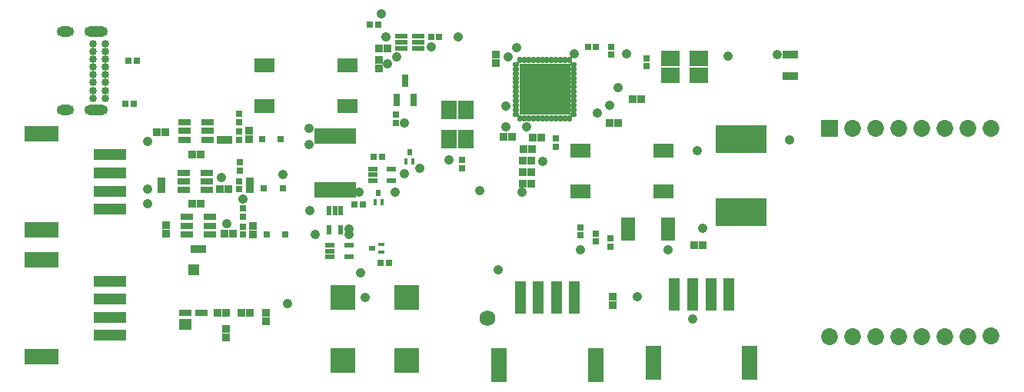
<source format=gbr>
%TF.GenerationSoftware,Altium Limited,Altium Designer,24.10.1 (45)*%
G04 Layer_Color=8388736*
%FSLAX45Y45*%
%MOMM*%
%TF.SameCoordinates,2EBBFB3B-01A8-4DF5-8D17-AA19E7DB42BB*%
%TF.FilePolarity,Negative*%
%TF.FileFunction,Soldermask,Top*%
%TF.Part,Single*%
G01*
G75*
%TA.AperFunction,SMDPad,CuDef*%
%ADD58R,2.30320X1.60320*%
%ADD59R,0.75320X0.75320*%
%ADD60R,1.20320X1.20320*%
%ADD61R,1.45320X0.70320*%
%ADD62R,1.45320X1.20320*%
%ADD63R,0.82320X0.82320*%
%ADD64R,0.82320X0.82320*%
%ADD65R,1.70320X3.80320*%
%ADD66R,1.20320X3.60320*%
%ADD67R,1.60320X0.50320*%
%ADD68R,5.70320X3.15320*%
%ADD69O,0.55320X0.70320*%
%ADD70O,0.70320X0.55320*%
%ADD71R,5.60320X5.60320*%
%ADD72R,1.40320X0.60320*%
%ADD73R,0.75320X0.75320*%
%ADD74R,0.80320X1.45320*%
%ADD75R,2.10320X1.70320*%
%ADD76R,1.70320X2.10320*%
%ADD77R,1.65320X0.95320*%
%ADD78R,2.70320X2.70320*%
%ADD79R,1.40320X0.80320*%
%ADD80R,0.80320X0.66320*%
%ADD81R,0.43000X0.65000*%
%ADD82R,0.51000X0.65000*%
%ADD83R,1.05320X0.60320*%
%ADD84R,0.65320X1.67820*%
%ADD85R,0.60320X1.05320*%
%ADD86R,0.65000X0.51000*%
%ADD87R,0.65000X0.43000*%
%ADD88R,3.80320X1.70320*%
%ADD89R,3.60320X1.20320*%
%TA.AperFunction,ComponentPad*%
%ADD90C,1.85320*%
%ADD91R,1.85320X1.85320*%
%TA.AperFunction,ViaPad*%
%ADD92C,1.72720*%
%TA.AperFunction,ComponentPad*%
%ADD93C,0.85320*%
%ADD94O,1.90320X1.10320*%
%ADD95O,2.60320X1.10320*%
%TA.AperFunction,ViaPad*%
%ADD96C,1.05320*%
%ADD97C,0.70320*%
D58*
X9755002Y5335001D02*
D03*
X8845001D02*
D03*
X9755002Y4884999D02*
D03*
X8845001D02*
D03*
X5365003Y5825002D02*
D03*
X6275004D02*
D03*
X5365003Y6275004D02*
D03*
X6275004D02*
D03*
D59*
X5130002Y4609998D02*
D03*
Y4700001D02*
D03*
X9010000Y4425000D02*
D03*
Y4334998D02*
D03*
X9169999Y4369999D02*
D03*
Y4280002D02*
D03*
X8840003Y4489999D02*
D03*
Y4400001D02*
D03*
X8570001Y5379999D02*
D03*
Y5470002D02*
D03*
X9180000Y6479997D02*
D03*
Y6390000D02*
D03*
X9570002Y6265001D02*
D03*
Y6354999D02*
D03*
X7540000Y5139998D02*
D03*
Y5230000D02*
D03*
X6812885Y5732861D02*
D03*
Y5642859D02*
D03*
X5084542Y4908499D02*
D03*
Y4998502D02*
D03*
X5090002Y5115003D02*
D03*
Y5205000D02*
D03*
X5080803Y5455498D02*
D03*
Y5545501D02*
D03*
Y5651800D02*
D03*
Y5741802D02*
D03*
X5130002Y4500001D02*
D03*
Y4409999D02*
D03*
D60*
X4582500Y4025001D02*
D03*
D61*
X4494997Y3550001D02*
D03*
X4669998D02*
D03*
D62*
X4494997Y3424997D02*
D03*
D63*
X5240000Y4502003D02*
D03*
Y4409999D02*
D03*
X4940000Y3277997D02*
D03*
Y3370001D02*
D03*
X5379999Y3545997D02*
D03*
Y3453999D02*
D03*
X9200002Y3633998D02*
D03*
Y3726002D02*
D03*
X7910002Y6304001D02*
D03*
Y6395999D02*
D03*
X6622882Y6333861D02*
D03*
Y6241857D02*
D03*
X4232102Y5000498D02*
D03*
Y4908499D02*
D03*
X5204963Y5000498D02*
D03*
Y4908499D02*
D03*
X5195103Y5553400D02*
D03*
Y5461401D02*
D03*
X4280002Y4418000D02*
D03*
Y4509999D02*
D03*
D64*
X5114000Y3550001D02*
D03*
X5205999D02*
D03*
X4940000D02*
D03*
X4848001D02*
D03*
X10185999Y4289999D02*
D03*
X10094001D02*
D03*
X8410001Y5476276D02*
D03*
X8318002D02*
D03*
X9418001Y5900000D02*
D03*
X9510000D02*
D03*
X9164000Y5639999D02*
D03*
X9255999D02*
D03*
X8299999Y5100000D02*
D03*
X8208000D02*
D03*
X8299999Y4974575D02*
D03*
X8208000D02*
D03*
X8213999Y5350850D02*
D03*
X8305998D02*
D03*
X7997998Y5490002D02*
D03*
X8090002D02*
D03*
X6628882Y6463284D02*
D03*
X6720886D02*
D03*
X8212003Y5225425D02*
D03*
X8304002D02*
D03*
X4656902Y5291501D02*
D03*
X4564898D02*
D03*
X4663902Y4751974D02*
D03*
X4571898D02*
D03*
X4873112Y4908499D02*
D03*
X4965116D02*
D03*
X4877603Y5456601D02*
D03*
X4969601D02*
D03*
X4179900Y5541498D02*
D03*
X4271899D02*
D03*
X4589800Y4254698D02*
D03*
X4681799D02*
D03*
X5016800Y4419798D02*
D03*
X4924801D02*
D03*
D65*
X10710001Y2999999D02*
D03*
X9649998D02*
D03*
X9010000Y2970002D02*
D03*
X7950002D02*
D03*
D66*
X10479999Y3750000D02*
D03*
X10280000D02*
D03*
X10080000D02*
D03*
X9880001D02*
D03*
X8779998Y3720003D02*
D03*
X8579998D02*
D03*
X8379998D02*
D03*
X8179999D02*
D03*
D67*
X9369257Y4569998D02*
D03*
Y4520001D02*
D03*
Y4469999D02*
D03*
Y4420001D02*
D03*
Y4369999D02*
D03*
X9809256D02*
D03*
Y4420001D02*
D03*
Y4469999D02*
D03*
Y4520001D02*
D03*
Y4569998D02*
D03*
D68*
X10610002Y5464998D02*
D03*
Y4655002D02*
D03*
D69*
X8175000Y5690428D02*
D03*
X8225003D02*
D03*
X8275000D02*
D03*
X8325002D02*
D03*
X8375000D02*
D03*
X8425002D02*
D03*
X8475000D02*
D03*
X8525002D02*
D03*
X8574999D02*
D03*
X8625002D02*
D03*
X8674999D02*
D03*
X8725002D02*
D03*
Y6330427D02*
D03*
X8674999D02*
D03*
X8625002D02*
D03*
X8574999D02*
D03*
X8525002D02*
D03*
X8475000D02*
D03*
X8425002D02*
D03*
X8375000D02*
D03*
X8325002D02*
D03*
X8275000D02*
D03*
X8225003D02*
D03*
X8175000D02*
D03*
D70*
X8770000Y5735427D02*
D03*
Y5785424D02*
D03*
Y5835426D02*
D03*
Y5885424D02*
D03*
Y5935426D02*
D03*
Y5985424D02*
D03*
Y6035426D02*
D03*
Y6085423D02*
D03*
Y6135426D02*
D03*
Y6185428D02*
D03*
Y6235426D02*
D03*
Y6285428D02*
D03*
X8130002D02*
D03*
Y6235426D02*
D03*
Y6185428D02*
D03*
Y6135426D02*
D03*
Y6085423D02*
D03*
Y6035426D02*
D03*
Y5985424D02*
D03*
Y5935426D02*
D03*
Y5885424D02*
D03*
Y5835426D02*
D03*
Y5785424D02*
D03*
Y5735427D02*
D03*
D71*
X8450001Y6010427D02*
D03*
D72*
X6867296Y6462857D02*
D03*
Y6527861D02*
D03*
Y6592860D02*
D03*
X7057299D02*
D03*
Y6527861D02*
D03*
Y6462857D02*
D03*
D73*
X6612885Y6727861D02*
D03*
X6522883D02*
D03*
X7287885Y6587861D02*
D03*
X7197882D02*
D03*
X9014999Y6480002D02*
D03*
X8925002D02*
D03*
X6565001Y5270002D02*
D03*
X6654998D02*
D03*
X6645001Y4100002D02*
D03*
X6734998D02*
D03*
X6445001Y4740001D02*
D03*
X6354999D02*
D03*
X3925001Y5850001D02*
D03*
X3834999D02*
D03*
X3954998Y6330000D02*
D03*
X3865001D02*
D03*
D74*
X6817385Y5892861D02*
D03*
X7008383D02*
D03*
X6912884Y6102858D02*
D03*
D75*
X10149998Y6167498D02*
D03*
X9829999D02*
D03*
X10149998Y6352502D02*
D03*
X9829999D02*
D03*
D76*
X7582499Y5779999D02*
D03*
Y5459999D02*
D03*
X7397501Y5779999D02*
D03*
Y5459999D02*
D03*
D77*
X11156914Y6159998D02*
D03*
Y6390000D02*
D03*
D78*
X6230000Y3019999D02*
D03*
Y3719998D02*
D03*
X6929999Y3019999D02*
D03*
Y3719998D02*
D03*
D79*
X4728530Y4902398D02*
D03*
Y4997399D02*
D03*
Y5092400D02*
D03*
X4478528D02*
D03*
Y4997399D02*
D03*
Y4902398D02*
D03*
X4733900Y5456601D02*
D03*
Y5551602D02*
D03*
Y5646603D02*
D03*
X4483903D02*
D03*
Y5551602D02*
D03*
Y5456601D02*
D03*
X4510801Y4413702D02*
D03*
Y4508698D02*
D03*
Y4603699D02*
D03*
X4760798D02*
D03*
Y4508698D02*
D03*
Y4413702D02*
D03*
D80*
X5564998Y4920000D02*
D03*
X5355001D02*
D03*
X5544998Y5459999D02*
D03*
X5335001D02*
D03*
X5595000Y4409999D02*
D03*
X5384998D02*
D03*
D81*
X6920001Y5220000D02*
D03*
X7000001D02*
D03*
X6660002Y4769998D02*
D03*
X6580002D02*
D03*
D82*
X6960001Y5320000D02*
D03*
X6620002Y4869998D02*
D03*
D83*
X6554998Y5135001D02*
D03*
Y5070003D02*
D03*
Y5004999D02*
D03*
X6765000D02*
D03*
Y5135001D02*
D03*
X6085002Y4295003D02*
D03*
Y4229999D02*
D03*
Y4165001D02*
D03*
X6294999D02*
D03*
Y4295003D02*
D03*
D84*
X5945002Y4906198D02*
D03*
X6010001D02*
D03*
X6074999D02*
D03*
X6139998D02*
D03*
X6205002D02*
D03*
X6270000D02*
D03*
X6334999D02*
D03*
Y5493802D02*
D03*
X6270000D02*
D03*
X6205002D02*
D03*
X6139998D02*
D03*
X6074999D02*
D03*
X6010001D02*
D03*
X5945002D02*
D03*
D85*
X6205002Y4675002D02*
D03*
X6139998D02*
D03*
X6074999D02*
D03*
Y4465000D02*
D03*
X6205002D02*
D03*
D86*
X6550000Y4260002D02*
D03*
D87*
X6649999Y4300002D02*
D03*
Y4220002D02*
D03*
D88*
X2910002Y4460001D02*
D03*
Y5519999D02*
D03*
Y3070001D02*
D03*
Y4129999D02*
D03*
D89*
X3659998Y4689998D02*
D03*
Y4889998D02*
D03*
Y5090003D02*
D03*
Y5290002D02*
D03*
Y3299998D02*
D03*
Y3499998D02*
D03*
Y3700003D02*
D03*
Y3900002D02*
D03*
D90*
X11590000Y3290001D02*
D03*
X12098000D02*
D03*
X13114000D02*
D03*
X12860001D02*
D03*
X12606000D02*
D03*
X12352000D02*
D03*
X11844000D02*
D03*
X13367999Y3293999D02*
D03*
Y5579999D02*
D03*
X11844000D02*
D03*
X12098000D02*
D03*
X12352000D02*
D03*
X12606000D02*
D03*
X12860001D02*
D03*
X13114000D02*
D03*
D91*
X11590000D02*
D03*
D92*
X7820000Y3490000D02*
D03*
D93*
X3610574Y6510000D02*
D03*
Y6425001D02*
D03*
Y6340003D02*
D03*
Y6254999D02*
D03*
Y6170000D02*
D03*
Y6085002D02*
D03*
Y5999998D02*
D03*
Y5915000D02*
D03*
X3475573D02*
D03*
Y5999998D02*
D03*
Y6085002D02*
D03*
Y6170000D02*
D03*
Y6254999D02*
D03*
Y6340003D02*
D03*
Y6425001D02*
D03*
Y6510000D02*
D03*
D94*
X3174573Y6645001D02*
D03*
Y5779999D02*
D03*
D95*
X3512576Y6645001D02*
D03*
Y5779999D02*
D03*
D96*
X9164000Y5832160D02*
D03*
X8778887Y6404180D02*
D03*
X9164320Y5831840D02*
D03*
X9260000Y6030000D02*
D03*
X9027160Y5748020D02*
D03*
X6720886Y6289863D02*
D03*
X6705200Y6590000D02*
D03*
X6650000Y6840000D02*
D03*
X8020000Y5830000D02*
D03*
X4890000Y5040000D02*
D03*
X4950000Y4530000D02*
D03*
X5130000Y4800000D02*
D03*
X5570000Y5070000D02*
D03*
X8430000Y5220000D02*
D03*
X8200000Y4880000D02*
D03*
X8020000Y5600000D02*
D03*
X7934960Y4023360D02*
D03*
X7737881Y4897120D02*
D03*
X6420000Y3990000D02*
D03*
X9350000Y6400000D02*
D03*
X10469999Y6377498D02*
D03*
X11150000Y5450000D02*
D03*
X11010000Y6390000D02*
D03*
X8840003Y4246880D02*
D03*
X9466580Y3726002D02*
D03*
X6819555Y6364615D02*
D03*
X5867400Y4676140D02*
D03*
X10129520Y5335001D02*
D03*
X8255000Y5595620D02*
D03*
X5615940Y3652520D02*
D03*
X7197882Y6474938D02*
D03*
X8138160Y6469380D02*
D03*
X5854400Y5584403D02*
D03*
X6906372Y5083272D02*
D03*
X6294999Y4471899D02*
D03*
X6471920Y3721100D02*
D03*
X7397501Y5237480D02*
D03*
X6804660Y4879340D02*
D03*
X6908800Y5642859D02*
D03*
X6408420Y4879340D02*
D03*
X7073900Y5140960D02*
D03*
X6294999Y4409999D02*
D03*
X5924398D02*
D03*
X7496642Y6587861D02*
D03*
X8050814Y6364615D02*
D03*
X9806940Y4246880D02*
D03*
X4074201Y4750598D02*
D03*
Y5435798D02*
D03*
Y4908499D02*
D03*
X10185999Y4478020D02*
D03*
X10080000Y3482340D02*
D03*
X5851205Y5400004D02*
D03*
D97*
X8230001Y5790428D02*
D03*
Y5900425D02*
D03*
Y6010427D02*
D03*
Y6120425D02*
D03*
Y6230427D02*
D03*
X8339999Y5790428D02*
D03*
Y5900425D02*
D03*
Y6010427D02*
D03*
Y6120425D02*
D03*
Y6230427D02*
D03*
X8450001Y5790428D02*
D03*
Y5900425D02*
D03*
Y6010427D02*
D03*
Y6120425D02*
D03*
Y6230427D02*
D03*
X8559998Y5790428D02*
D03*
Y5900425D02*
D03*
Y6010427D02*
D03*
Y6120425D02*
D03*
Y6230427D02*
D03*
X8670000Y5790428D02*
D03*
Y5900425D02*
D03*
Y6010427D02*
D03*
Y6120425D02*
D03*
Y6230427D02*
D03*
%TF.MD5,f3ad0e4e05c3811c6a006b2f861124f4*%
M02*

</source>
